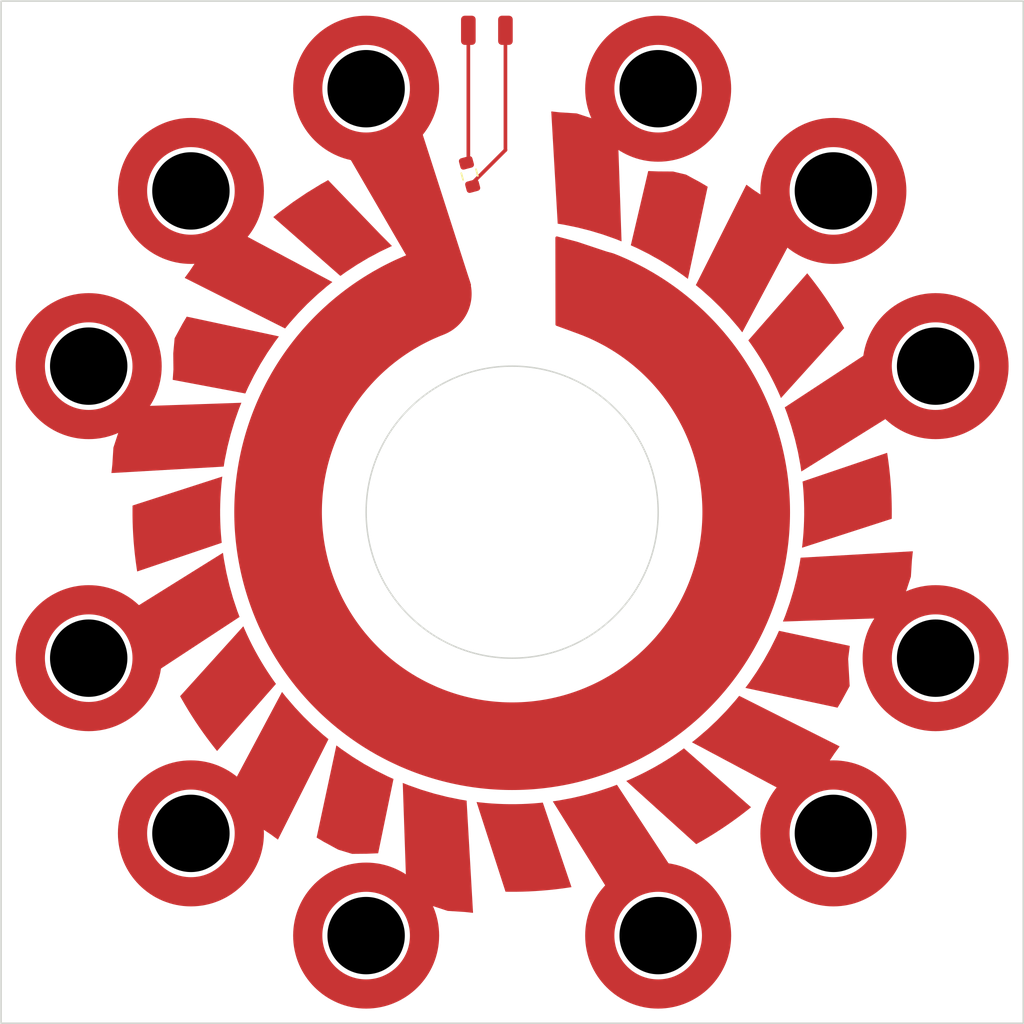
<source format=kicad_pcb>
(kicad_pcb (version 20240108) (generator "pcbnew") (generator_version "8.0")
  (layers (0 "F.Cu" signal) (31 "B.Cu" signal) (34 "B.Paste" user) (35 "F.Paste" user) (36 "B.SilkS" user "B.Silkscreen") (37 "F.SilkS" user "F.Silkscreen") (38 "B.Mask" user) (39 "F.Mask" user) (44 "Edge.Cuts" user))
  (net 0 "")
  (net 11 "Net-(J13-Pin_1)")
  (net 12 "Net-(J14-Pin_1)")
  (footprint "MountingHole:MountingHole_3.2mm_M3" (layer "F.Cu") (at 175 126)
    (property "Reference" "H5" (hide yes))
    (property "Value" "MountingHole" (hide yes))
    (pad "" np_thru_hole circle (at 0 0) (size 3.2 3.2) (drill 3.2) (layers "*.Cu" "*.Mask"))
  )
  (footprint "MountingHole:MountingHole_3.2mm_M3" (layer "F.Cu") (at 175 66)
    (property "Reference" "H3" (hide yes))
    (property "Value" "MountingHole" (hide yes))
    (pad "" np_thru_hole circle (at 0 0) (size 3.2 3.2) (drill 3.2) (layers "*.Cu" "*.Mask"))
  )
  (footprint "Connector_Wire:SolderWirePad_1x01_SMD_1x2mm" (layer "F.Cu") (at 144.54 63)
    (property "Reference" "J14" (hide yes))
    (property "Value" "Conn_01x01" (hide yes))
    (pad "1" smd roundrect (at 0 0) (size 1 2) (layers "F.Cu" "F.Paste" "F.Mask") (net 12 "Net-(J14-Pin_1)"))
  )
  (footprint "MountingHole:MountingHole_3.2mm_M3" (layer "F.Cu") (at 115 66)
    (property "Reference" "H2" (hide yes))
    (property "Value" "MountingHole" (hide yes))
    (pad "" np_thru_hole circle (at 0 0) (size 3.2 3.2) (drill 3.2) (layers "*.Cu" "*.Mask"))
  )
  (footprint "Library:MountingHole_metal_pcb" (layer "F.Cu") (at 174 86)
    (property "Reference" "J9" (hide yes))
    (property "Value" "Conn_01x01" (hide yes))
    (fp_circle (center 0 0) (end 4 0) (stroke (width 2)) (fill none) (layer "F.Cu"))
    (pad "" np_thru_hole circle (at 0 0) (size 5.7 5.7) (drill 5.3) (layers "*.Mask"))
  )
  (footprint "Connector_Wire:SolderWirePad_1x01_SMD_1x2mm" (layer "F.Cu") (at 142 63)
    (property "Reference" "J13" (hide yes))
    (property "Value" "Conn_01x01" (hide yes))
    (pad "1" smd roundrect (at 0 0) (size 1 2) (layers "F.Cu" "F.Paste" "F.Mask") (net 11 "Net-(J13-Pin_1)"))
  )
  (footprint "Library:MountingHole_metal_pcb" (layer "F.Cu") (at 167 118)
    (property "Reference" "J7" (hide yes))
    (property "Value" "Conn_01x01" (hide yes))
    (fp_circle (center 0 0) (end 4 0) (stroke (width 2)) (fill none) (layer "F.Cu"))
    (pad "" np_thru_hole circle (at 0 0) (size 5.7 5.7) (drill 5.3) (layers "*.Mask"))
  )
  (footprint "Library:MountingHole_metal_pcb" (layer "F.Cu") (at 116 106)
    (property "Reference" "J3" (hide yes))
    (property "Value" "Conn_01x01" (hide yes))
    (fp_circle (center 0 0) (end 4 0) (stroke (width 2)) (fill none) (layer "F.Cu"))
    (pad "" np_thru_hole circle (at 0 0) (size 5.7 5.7) (drill 5.3) (layers "*.Mask"))
  )
  (footprint "Library:MountingHole_metal_pcb" (layer "F.Cu") (at 135 125)
    (property "Reference" "J5" (hide yes))
    (property "Value" "Conn_01x01" (hide yes))
    (fp_circle (center 0 0) (end 4 0) (stroke (width 2)) (fill none) (layer "F.Cu"))
    (pad "" np_thru_hole circle (at 0 0) (size 5.7 5.7) (drill 5.3) (layers "*.Mask"))
  )
  (footprint "Library:MountingHole_metal_pcb" (layer "F.Cu") (at 123 118)
    (property "Reference" "J4" (hide yes))
    (property "Value" "Conn_01x01" (hide yes))
    (fp_circle (center 0 0) (end 4 0) (stroke (width 2)) (fill none) (layer "F.Cu"))
    (pad "" np_thru_hole circle (at 0 0) (size 5.7 5.7) (drill 5.3) (layers "*.Mask"))
  )
  (footprint "Library:MountingHole_metal_pcb" (layer "F.Cu") (at 167 74)
    (property "Reference" "J10" (hide yes))
    (property "Value" "Conn_01x01" (hide yes))
    (fp_circle (center 0 0) (end 4 0) (stroke (width 2)) (fill none) (layer "F.Cu"))
    (pad "" np_thru_hole circle (at 0 0) (size 5.7 5.7) (drill 5.3) (layers "*.Mask"))
  )
  (footprint "Library:MountingHole_metal_pcb" (layer "F.Cu") (at 123 74)
    (property "Reference" "J1" (hide yes))
    (property "Value" "Conn_01x01" (hide yes))
    (fp_circle (center 0 0) (end 4 0) (stroke (width 2)) (fill none) (layer "F.Cu"))
    (pad "" np_thru_hole circle (at 0 0) (size 5.7 5.7) (drill 5.3) (layers "*.Mask"))
  )
  (footprint "Library:MountingHole_metal_pcb" (layer "F.Cu") (at 155 125)
    (property "Reference" "J6" (hide yes))
    (property "Value" "Conn_01x01" (hide yes))
    (fp_circle (center 0 0) (end 4 0) (stroke (width 2)) (fill none) (layer "F.Cu"))
    (pad "" np_thru_hole circle (at 0 0) (size 5.7 5.7) (drill 5.3) (layers "*.Mask"))
  )
  (footprint "MountingHole:MountingHole_3.2mm_M3" (layer "F.Cu") (at 115 126)
    (property "Reference" "H4" (hide yes))
    (property "Value" "MountingHole" (hide yes))
    (pad "" np_thru_hole circle (at 0 0) (size 3.2 3.2) (drill 3.2) (layers "*.Cu" "*.Mask"))
  )
  (footprint "MountingHole:MountingHole_3.2mm_M3" (layer "F.Cu") (at 145 74)
    (property "Reference" "H1" (hide yes))
    (property "Value" "MountingHole" (hide yes))
    (pad "" np_thru_hole circle (at 0 0) (size 3.2 3.2) (drill 3.2) (layers "*.Cu" "*.Mask"))
  )
  (footprint "Library:MountingHole_metal_pcb" (layer "F.Cu") (at 135 67)
    (property "Reference" "J12" (hide yes))
    (property "Value" "Conn_01x01" (hide yes))
    (fp_circle (center 0 0) (end 4 0) (stroke (width 2)) (fill none) (layer "F.Cu"))
    (pad "" np_thru_hole circle (at 0 0) (size 5.7 5.7) (drill 5.3) (layers "*.Mask"))
  )
  (footprint "Library:MountingHole_metal_pcb" (layer "F.Cu") (at 174 106)
    (property "Reference" "J8" (hide yes))
    (property "Value" "Conn_01x01" (hide yes))
    (fp_circle (center 0 0) (end 4 0) (stroke (width 2)) (fill none) (layer "F.Cu"))
    (pad "" np_thru_hole circle (at 0 0) (size 5.7 5.7) (drill 5.3) (layers "*.Mask"))
  )
  (footprint "Library:MountingHole_metal_pcb" (layer "F.Cu") (at 116 86)
    (property "Reference" "J2" (hide yes))
    (property "Value" "Conn_01x01" (hide yes))
    (fp_circle (center 0 0) (end 4 0) (stroke (width 2)) (fill none) (layer "F.Cu"))
    (pad "" np_thru_hole circle (at 0 0) (size 5.7 5.7) (drill 5.3) (layers "*.Mask"))
  )
  (footprint "Library:MountingHole_metal_pcb" (layer "F.Cu") (at 155 67)
    (property "Reference" "J11" (hide yes))
    (property "Value" "Conn_01x01" (hide yes))
    (fp_circle (center 0 0) (end 4 0) (stroke (width 2)) (fill none) (layer "F.Cu"))
    (pad "" np_thru_hole circle (at 0 0) (size 5.7 5.7) (drill 5.3) (layers "*.Mask"))
  )
  (footprint "Resistor_SMD:R_0603_1608Metric" (layer "F.Cu") (at 142.082925 72.877623 -75)
    (property "Reference" "R1" (hide yes))
    (property "Value" "R" (hide yes))
    (fp_line (start -0.237257 0.5225) (end 0.237257 0.5225) (stroke (width 0.12)) (layer "F.SilkS"))
    (fp_line (start -0.237257 -0.5225) (end 0.237257 -0.5225) (stroke (width 0.12)) (layer "F.SilkS"))
    (pad "1" smd roundrect (at -0.824999 0 285) (size 0.8 0.95) (layers "F.Cu" "F.Paste" "F.Mask") (net 11 "Net-(J13-Pin_1)"))
    (pad "2" smd roundrect (at 0.824999 0 285) (size 0.8 0.95) (layers "F.Cu" "F.Paste" "F.Mask") (net 12 "Net-(J14-Pin_1)"))
  )
  (gr_poly (pts (xy 125.467794 76.709207) (xy 125.04938 76.979595) (xy 124.353434 77.808079) (xy 123.559753 78.518603) (xy 122.926044 79.473281) (xy 122.572154 79.95885) (xy 129.451349 83.420673) (xy 129.739354 83.068783) (xy 130.342902 82.388491) (xy 130.976749 81.736336) (xy 131.639583 81.113665) (xy 132.330035 80.521767) (xy 132.68677 80.239785) (xy 125.648854 76.489741)) (fill solid) (layer "F.Cu") (net 1))
  (gr_poly (pts (xy 158.390988 73.71365) (xy 157.90358 73.424383) (xy 156.907418 72.883463) (xy 156.015031 72.670801) (xy 155.005487 72.665314) (xy 154.319655 72.637881) (xy 153.12641 77.725388) (xy 153.540851 77.912503) (xy 154.354172 78.319414) (xy 155.148157 78.762872) (xy 155.921165 79.241962) (xy 156.671596 79.755693) (xy 157.0363 80.02729) (xy 158.39099 73.713651)) (fill solid) (layer "F.Cu") (net 1))
  (gr_poly (pts (xy 151.940214 69.439217) (xy 151.496844 69.212054) (xy 150.431383 69.023589) (xy 149.419211 68.691503) (xy 148.275581 68.620034) (xy 147.678121 68.556341) (xy 148.119691 76.24481) (xy 148.56844 76.318284) (xy 149.459364 76.500826) (xy 150.34107 76.723676) (xy 151.211736 76.986372) (xy 152.069561 77.288372) (xy 152.492132 77.456323) (xy 152.220807 69.486287)) (fill solid) (layer "F.Cu") (net 9))
  (gr_poly (pts (xy 152 78.434824) (xy 149.453354 77.585453) (xy 148.059573 77.214241) (xy 148.067911 83.142711) (xy 149.741256 83.755457) (xy 151.316683 81.859862)) (stroke (width 0.2)) (fill solid) (layer "F.Cu") (net 10))
  (gr_poly (pts (xy 125.709207 115.532206) (xy 125.979595 115.95062) (xy 126.808079 116.646566) (xy 127.518603 117.440247) (xy 128.473281 118.073956) (xy 128.95885 118.427846) (xy 132.420673 111.548651) (xy 132.068783 111.260646) (xy 131.388491 110.657098) (xy 130.736336 110.023251) (xy 130.113665 109.360417) (xy 129.521767 108.669965) (xy 129.239785 108.31323) (xy 125.489741 115.351146)) (fill solid) (layer "F.Cu") (net 4))
  (gr_poly (pts (xy 171.47242 88.73001) (xy 171.447464 88.232459) (xy 171.077949 87.21551) (xy 170.859458 86.1729) (xy 170.349537 85.146753) (xy 170.105967 84.597491) (xy 163.668342 88.824137) (xy 163.829086 89.249501) (xy 164.116462 90.112335) (xy 164.364321 90.98734) (xy 164.572153 91.872707) (xy 164.739526 92.766605) (xy 164.805362 93.216538) (xy 171.571953 88.996546)) (fill solid) (layer "F.Cu") (net 1))
  (gr_arc (start 150.979791 81.126996) (mid 144.890144 112.029724) (end 139.22461 81.046436) (stroke (width 6)) (layer "F.Cu") (net 10))
  (gr_poly (pts (xy 132.394948 73.259889) (xy 131.900725 73.537353) (xy 130.934194 74.129594) (xy 129.994394 74.763397) (xy 129.083108 75.437557) (xy 128.640656 75.791787) (xy 133.236926 79.825016) (xy 133.606185 79.559646) (xy 134.365241 79.058743) (xy 135.14628 78.59286) (xy 135.947688 78.162959) (xy 136.767808 77.76993) (xy 136 77) (xy 132.39495 73.259888)) (fill solid) (layer "F.Cu") (net 1))
  (gr_poly (pts (arc (start 119.00396 95.546239) (mid 119.063201 97.811752) (end 119.319502 100.0635)) (arc (start 125.110516 98.099629) (mid 125.000722 95.830024) (end 125.149077 93.562613)) (xy 119.00396 95.546237)) (fill solid) (layer "F.Cu") (net 1))
  (gr_poly (pts (xy 131.609012 118.28635) (xy 132.09642 118.575617) (xy 133.092582 119.116537) (xy 134.04115 119.403269) (xy 135.04115 119.395039) (xy 135.822999 119.362119) (xy 136.87359 114.274612) (xy 136.459149 114.087497) (xy 135.645828 113.680586) (xy 134.851843 113.237128) (xy 134.078835 112.758038) (xy 133.328404 112.244307) (xy 132.9637 111.97271) (xy 131.60901 118.286349)) (fill solid) (layer "F.Cu") (net 1))
  (gr_poly (pts (arc (start 167.740111 83.394948) (mid 166.556051 81.462576) (end 165.208213 79.640656)) (arc (start 161.174984 84.236926) (mid 162.404871 86.147564) (end 163.410097 88.185377)) (xy 167.740112 83.39495)) (fill solid) (layer "F.Cu") (net 1))
  (gr_poly (pts (arc (start 144.546239 121.99604) (mid 146.811752 121.936799) (end 149.0635 121.680498)) (arc (start 147.099629 115.889484) (mid 144.830024 115.999278) (end 142.562613 115.850923)) (xy 144.546237 121.99604)) (fill solid) (layer "F.Cu") (net 1))
  (gr_poly (pts (xy 171.560783 102.940214) (xy 171.787946 102.496844) (xy 171.976411 101.431383) (xy 172.308497 100.419211) (xy 172.379966 99.275581) (xy 172.443659 98.678121) (xy 164.75519 99.119691) (xy 164.681716 99.56844) (xy 164.499174 100.459364) (xy 164.276324 101.34107) (xy 164.013628 102.211736) (xy 163.711628 103.069561) (xy 163.543677 103.492132) (xy 171.513713 103.220807)) (fill solid) (layer "F.Cu") (net 1))
  (gr_poly (pts (xy 138.059786 122.560783) (xy 138.503156 122.787946) (xy 139.568617 122.976411) (xy 140.580789 123.308497) (xy 141.724419 123.379966) (xy 142.321879 123.443659) (xy 141.880309 115.75519) (xy 141.43156 115.681716) (xy 140.540636 115.499174) (xy 139.65893 115.276324) (xy 138.788264 115.013628) (xy 137.930439 114.711628) (xy 137.507868 114.543677) (xy 137.779193 122.513713)) (fill solid) (layer "F.Cu") (net 5))
  (gr_poly (pts (arc (start 122.259889 108.605052) (mid 123.443949 110.537424) (end 124.791787 112.359344)) (arc (start 128.825016 107.763074) (mid 127.595129 105.852436) (end 126.589903 103.814623)) (xy 122.259888 108.60505)) (fill solid) (layer "F.Cu") (net 1))
  (gr_poly (pts (arc (start 170.99604 96.453761) (mid 170.936799 94.188248) (end 170.680498 91.9365)) (arc (start 164.889484 93.900371) (mid 164.999278 96.169976) (end 164.850923 98.437387)) (xy 170.99604 96.453763)) (fill solid) (layer "F.Cu") (net 1))
  (gr_poly (pts (xy 122.71365 82.609012) (xy 122.424383 83.09642) (xy 121.883463 84.092582) (xy 121.790022 85.12345) (xy 121.802367 86.234498) (xy 121.752987 86.938161) (xy 126.725388 87.87359) (xy 126.912503 87.459149) (xy 127.319414 86.645828) (xy 127.762872 85.851843) (xy 128.241962 85.078835) (xy 128.755693 84.328404) (xy 129.02729 83.9637) (xy 122.713651 82.60901)) (fill solid) (layer "F.Cu") (net 1))
  (gr_poly (pts (xy 118.439217 89.059786) (xy 118.212054 89.503156) (xy 118.023589 90.568617) (xy 117.691503 91.580789) (xy 117.620034 92.724419) (xy 117.556341 93.321879) (xy 125.24481 92.880309) (xy 125.318284 92.43156) (xy 125.500826 91.540636) (xy 125.723676 90.65893) (xy 125.986372 89.788264) (xy 126.288372 88.930439) (xy 126.456323 88.507868) (xy 118.486287 88.779193)) (fill solid) (layer "F.Cu") (net 2))
  (gr_poly (pts (xy 152.26999 122.47242) (xy 152.767541 122.447464) (xy 153.78449 122.077949) (xy 154.8271 121.859458) (xy 155.853247 121.349537) (xy 156.402509 121.105967) (xy 152.175863 114.668342) (xy 151.750499 114.829086) (xy 150.887665 115.116462) (xy 150.01266 115.364321) (xy 149.127293 115.572153) (xy 148.233395 115.739526) (xy 147.783462 115.805362) (xy 152.003454 122.571953)) (fill solid) (layer "F.Cu") (net 6))
  (gr_poly (pts (xy 164.532206 115.290793) (xy 164.95062 115.020405) (xy 165.646566 114.191921) (xy 166.440247 113.481397) (xy 167.073956 112.526719) (xy 167.427846 112.04115) (xy 160.548651 108.579327) (xy 160.260646 108.931217) (xy 159.657098 109.611509) (xy 159.023251 110.263664) (xy 158.360417 110.886335) (xy 157.669965 111.478233) (xy 157.31323 111.760215) (xy 164.351146 115.510259)) (fill solid) (layer "F.Cu") (net 7))
  (gr_poly (pts (xy 118.52758 103.26999) (xy 118.552536 103.767541) (xy 118.922051 104.78449) (xy 119.140542 105.8271) (xy 119.650463 106.853247) (xy 119.894033 107.402509) (xy 126.331658 103.175863) (xy 126.170914 102.750499) (xy 125.883538 101.887665) (xy 125.635679 101.01266) (xy 125.427847 100.127293) (xy 125.260474 99.233395) (xy 125.194638 98.783462) (xy 118.428047 103.003454)) (fill solid) (layer "F.Cu") (net 3))
  (gr_poly (pts (arc (start 157.605052 118.740111) (mid 159.537424 117.556051) (end 161.359344 116.208213)) (arc (start 156.763074 112.174984) (mid 154.852436 113.404871) (end 152.814623 114.410097)) (xy 157.60505 118.740112)) (fill solid) (layer "F.Cu") (net 1))
  (gr_poly (pts (xy 164.290793 76.467794) (xy 164.020405 76.04938) (xy 163.191921 75.353434) (xy 162.481397 74.559753) (xy 161.526719 73.926044) (xy 161.04115 73.572154) (xy 157.579327 80.451349) (xy 157.931217 80.739354) (xy 158.611509 81.342902) (xy 159.263664 81.976749) (xy 159.886335 82.639583) (xy 160.478233 83.330035) (xy 160.760215 83.68677) (xy 164.510259 76.648854)) (fill solid) (layer "F.Cu") (net 8))
  (gr_poly (pts (xy 167.28635 109.390988) (xy 167.575617 108.90358) (xy 168.116537 107.907418) (xy 168.061498 106.938389) (xy 168.012118 106.04955) (xy 168.123223 105.160712) (xy 163.274612 104.12641) (xy 163.087497 104.540851) (xy 162.680586 105.354172) (xy 162.237128 106.148157) (xy 161.758038 106.921165) (xy 161.244307 107.671596) (xy 160.97271 108.0363) (xy 167.286349 109.39099)) (fill solid) (layer "F.Cu") (net 1))
  (gr_poly (pts (xy 137.926844 78.534034) (xy 133.101817 70.223668) (xy 136.725467 70.344087) (xy 138.160371 68.246956) (xy 142.050993 80.344949) (xy 139.11522 79.214093)) (stroke (width 0.2)) (fill solid) (layer "F.Cu") (net 10))
  (gr_rect (start 110 61) (end 180 131) (stroke (width 0.1)) (fill none) (layer "Edge.Cuts"))
  (gr_circle (center 145 96) (end 155 96) (stroke (width 0.1)) (fill none) (layer "Edge.Cuts"))
  (segment (start 142 71.927652) (end 142.126102 72.053754) (width 0.25) (layer "F.Cu") (net 11))
  (segment (start 142 63) (end 142 71.927652) (width 0.25) (layer "F.Cu") (net 11))
  (segment (start 144.54 71.20124) (end 142.039748 73.701492) (width 0.25) (layer "F.Cu") (net 12))
  (segment (start 144.54 63) (end 144.54 71.20124) (width 0.25) (layer "F.Cu") (net 12))
)
</source>
